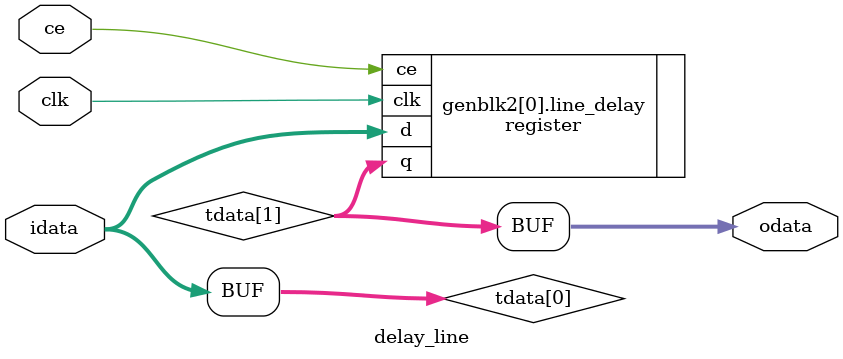
<source format=v>
`timescale 1ns / 1ps


module delay_line #
(
    parameter N=2,
    parameter DELAY=1
)
(   
    input clk,
    input ce,
    input [N-1:0]idata,    
    output [N-1:0]odata 
);
 wire [N-1:0] tdata [DELAY:0];
 genvar i;
    assign tdata [0] = idata;
    generate
        if (DELAY == 0)
            begin
                assign odata = idata;
            end 
        for(i=0;i<DELAY;i=i+1)
            begin
                register #(
                    .N(N)
                ) line_delay
                (
                    .clk(clk),
                    .ce(ce),
                    .d(tdata[i]),
                    .q(tdata[i+1])
                );
            end
    endgenerate    
assign odata = tdata[DELAY];
endmodule

</source>
